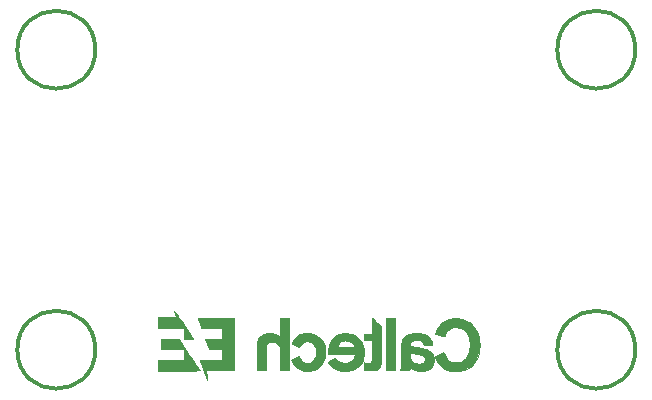
<source format=gbo>
G04 #@! TF.GenerationSoftware,KiCad,Pcbnew,(5.1.2)-1*
G04 #@! TF.CreationDate,2019-05-13T11:07:23-07:00*
G04 #@! TF.ProjectId,triumph_power,74726975-6d70-4685-9f70-6f7765722e6b,A*
G04 #@! TF.SameCoordinates,Original*
G04 #@! TF.FileFunction,Legend,Bot*
G04 #@! TF.FilePolarity,Positive*
%FSLAX46Y46*%
G04 Gerber Fmt 4.6, Leading zero omitted, Abs format (unit mm)*
G04 Created by KiCad (PCBNEW (5.1.2)-1) date 2019-05-13 11:07:23*
%MOMM*%
%LPD*%
G04 APERTURE LIST*
%ADD10C,0.300000*%
%ADD11C,0.010000*%
G04 APERTURE END LIST*
D10*
X176020000Y-96520000D02*
G75*
G03X176020000Y-96520000I-3300000J0D01*
G01*
X176020000Y-121920000D02*
G75*
G03X176020000Y-121920000I-3300000J0D01*
G01*
X130300000Y-121920000D02*
G75*
G03X130300000Y-121920000I-3300000J0D01*
G01*
X130300000Y-96520000D02*
G75*
G03X130300000Y-96520000I-3300000J0D01*
G01*
D11*
G36*
X136972770Y-118619916D02*
G01*
X136975142Y-118636742D01*
X136983511Y-118674193D01*
X136996923Y-118728463D01*
X137014428Y-118795746D01*
X137035072Y-118872235D01*
X137043771Y-118903750D01*
X137117853Y-119170450D01*
X136364227Y-119173724D01*
X135610600Y-119176999D01*
X135610600Y-120103900D01*
X137820400Y-120103900D01*
X137820400Y-120992900D01*
X138207750Y-120992900D01*
X138304017Y-120992685D01*
X138391561Y-120992076D01*
X138467303Y-120991128D01*
X138528165Y-120989895D01*
X138571067Y-120988432D01*
X138592931Y-120986791D01*
X138595100Y-120986069D01*
X138588128Y-120973840D01*
X138567944Y-120942505D01*
X138535643Y-120893665D01*
X138492325Y-120828919D01*
X138439087Y-120749868D01*
X138377025Y-120658114D01*
X138307237Y-120555255D01*
X138230820Y-120442893D01*
X138148873Y-120322629D01*
X138062491Y-120196062D01*
X137972773Y-120064793D01*
X137880816Y-119930422D01*
X137787717Y-119794551D01*
X137694573Y-119658779D01*
X137602482Y-119524708D01*
X137512542Y-119393936D01*
X137425848Y-119268066D01*
X137343500Y-119148697D01*
X137266595Y-119037430D01*
X137196228Y-118935865D01*
X137133499Y-118845603D01*
X137079504Y-118768244D01*
X137035341Y-118705389D01*
X137002106Y-118658639D01*
X136980898Y-118629593D01*
X136972814Y-118619852D01*
X136972770Y-118619916D01*
X136972770Y-118619916D01*
G37*
X136972770Y-118619916D02*
X136975142Y-118636742D01*
X136983511Y-118674193D01*
X136996923Y-118728463D01*
X137014428Y-118795746D01*
X137035072Y-118872235D01*
X137043771Y-118903750D01*
X137117853Y-119170450D01*
X136364227Y-119173724D01*
X135610600Y-119176999D01*
X135610600Y-120103900D01*
X137820400Y-120103900D01*
X137820400Y-120992900D01*
X138207750Y-120992900D01*
X138304017Y-120992685D01*
X138391561Y-120992076D01*
X138467303Y-120991128D01*
X138528165Y-120989895D01*
X138571067Y-120988432D01*
X138592931Y-120986791D01*
X138595100Y-120986069D01*
X138588128Y-120973840D01*
X138567944Y-120942505D01*
X138535643Y-120893665D01*
X138492325Y-120828919D01*
X138439087Y-120749868D01*
X138377025Y-120658114D01*
X138307237Y-120555255D01*
X138230820Y-120442893D01*
X138148873Y-120322629D01*
X138062491Y-120196062D01*
X137972773Y-120064793D01*
X137880816Y-119930422D01*
X137787717Y-119794551D01*
X137694573Y-119658779D01*
X137602482Y-119524708D01*
X137512542Y-119393936D01*
X137425848Y-119268066D01*
X137343500Y-119148697D01*
X137266595Y-119037430D01*
X137196228Y-118935865D01*
X137133499Y-118845603D01*
X137079504Y-118768244D01*
X137035341Y-118705389D01*
X137002106Y-118658639D01*
X136980898Y-118629593D01*
X136972814Y-118619852D01*
X136972770Y-118619916D01*
G36*
X145961100Y-120895871D02*
G01*
X145915519Y-120842620D01*
X145846302Y-120775496D01*
X145757309Y-120710531D01*
X145654142Y-120650940D01*
X145542404Y-120599939D01*
X145427696Y-120560743D01*
X145421350Y-120558976D01*
X145381035Y-120548775D01*
X145341932Y-120541325D01*
X145298887Y-120536199D01*
X145246747Y-120532965D01*
X145180357Y-120531195D01*
X145094564Y-120530460D01*
X145078450Y-120530409D01*
X144989805Y-120530510D01*
X144921181Y-120531637D01*
X144867209Y-120534229D01*
X144822518Y-120538723D01*
X144781735Y-120545558D01*
X144739492Y-120555171D01*
X144722850Y-120559407D01*
X144562917Y-120611694D01*
X144422114Y-120680677D01*
X144300387Y-120766401D01*
X144197683Y-120868913D01*
X144113950Y-120988260D01*
X144049134Y-121124489D01*
X144036142Y-121160418D01*
X144024532Y-121194886D01*
X144014305Y-121227165D01*
X144005372Y-121259029D01*
X143997646Y-121292252D01*
X143991040Y-121328609D01*
X143985466Y-121369873D01*
X143980836Y-121417818D01*
X143977063Y-121474219D01*
X143974058Y-121540849D01*
X143971736Y-121619483D01*
X143970007Y-121711894D01*
X143968785Y-121819856D01*
X143967981Y-121945145D01*
X143967508Y-122089533D01*
X143967279Y-122254794D01*
X143967206Y-122442703D01*
X143967200Y-122556663D01*
X143967200Y-123647200D01*
X144716500Y-123647200D01*
X144716500Y-122659268D01*
X144716556Y-122473520D01*
X144716743Y-122311434D01*
X144717095Y-122171275D01*
X144717643Y-122051303D01*
X144718418Y-121949784D01*
X144719454Y-121864978D01*
X144720782Y-121795150D01*
X144722433Y-121738562D01*
X144724441Y-121693477D01*
X144726836Y-121658157D01*
X144729652Y-121630867D01*
X144732919Y-121609868D01*
X144736082Y-121595643D01*
X144771388Y-121492772D01*
X144819753Y-121410166D01*
X144883233Y-121345198D01*
X144963884Y-121295240D01*
X144975249Y-121289932D01*
X145012904Y-121274215D01*
X145048196Y-121263535D01*
X145088171Y-121256653D01*
X145139877Y-121252332D01*
X145205450Y-121249500D01*
X145331768Y-121250927D01*
X145439982Y-121265608D01*
X145534544Y-121295119D01*
X145619906Y-121341034D01*
X145700519Y-121404928D01*
X145732500Y-121435942D01*
X145804329Y-121520829D01*
X145861503Y-121616053D01*
X145907137Y-121727290D01*
X145926030Y-121788657D01*
X145931470Y-121808572D01*
X145936167Y-121828111D01*
X145940186Y-121849243D01*
X145943590Y-121873935D01*
X145946444Y-121904154D01*
X145948814Y-121941869D01*
X145950762Y-121989045D01*
X145952355Y-122047652D01*
X145953656Y-122119656D01*
X145954729Y-122207026D01*
X145955640Y-122311728D01*
X145956452Y-122435731D01*
X145957231Y-122581001D01*
X145958041Y-122749507D01*
X145958126Y-122767725D01*
X145962235Y-123647200D01*
X146710472Y-123647200D01*
X146704050Y-119233950D01*
X145961100Y-119227216D01*
X145961100Y-120895871D01*
X145961100Y-120895871D01*
G37*
X145961100Y-120895871D02*
X145915519Y-120842620D01*
X145846302Y-120775496D01*
X145757309Y-120710531D01*
X145654142Y-120650940D01*
X145542404Y-120599939D01*
X145427696Y-120560743D01*
X145421350Y-120558976D01*
X145381035Y-120548775D01*
X145341932Y-120541325D01*
X145298887Y-120536199D01*
X145246747Y-120532965D01*
X145180357Y-120531195D01*
X145094564Y-120530460D01*
X145078450Y-120530409D01*
X144989805Y-120530510D01*
X144921181Y-120531637D01*
X144867209Y-120534229D01*
X144822518Y-120538723D01*
X144781735Y-120545558D01*
X144739492Y-120555171D01*
X144722850Y-120559407D01*
X144562917Y-120611694D01*
X144422114Y-120680677D01*
X144300387Y-120766401D01*
X144197683Y-120868913D01*
X144113950Y-120988260D01*
X144049134Y-121124489D01*
X144036142Y-121160418D01*
X144024532Y-121194886D01*
X144014305Y-121227165D01*
X144005372Y-121259029D01*
X143997646Y-121292252D01*
X143991040Y-121328609D01*
X143985466Y-121369873D01*
X143980836Y-121417818D01*
X143977063Y-121474219D01*
X143974058Y-121540849D01*
X143971736Y-121619483D01*
X143970007Y-121711894D01*
X143968785Y-121819856D01*
X143967981Y-121945145D01*
X143967508Y-122089533D01*
X143967279Y-122254794D01*
X143967206Y-122442703D01*
X143967200Y-122556663D01*
X143967200Y-123647200D01*
X144716500Y-123647200D01*
X144716500Y-122659268D01*
X144716556Y-122473520D01*
X144716743Y-122311434D01*
X144717095Y-122171275D01*
X144717643Y-122051303D01*
X144718418Y-121949784D01*
X144719454Y-121864978D01*
X144720782Y-121795150D01*
X144722433Y-121738562D01*
X144724441Y-121693477D01*
X144726836Y-121658157D01*
X144729652Y-121630867D01*
X144732919Y-121609868D01*
X144736082Y-121595643D01*
X144771388Y-121492772D01*
X144819753Y-121410166D01*
X144883233Y-121345198D01*
X144963884Y-121295240D01*
X144975249Y-121289932D01*
X145012904Y-121274215D01*
X145048196Y-121263535D01*
X145088171Y-121256653D01*
X145139877Y-121252332D01*
X145205450Y-121249500D01*
X145331768Y-121250927D01*
X145439982Y-121265608D01*
X145534544Y-121295119D01*
X145619906Y-121341034D01*
X145700519Y-121404928D01*
X145732500Y-121435942D01*
X145804329Y-121520829D01*
X145861503Y-121616053D01*
X145907137Y-121727290D01*
X145926030Y-121788657D01*
X145931470Y-121808572D01*
X145936167Y-121828111D01*
X145940186Y-121849243D01*
X145943590Y-121873935D01*
X145946444Y-121904154D01*
X145948814Y-121941869D01*
X145950762Y-121989045D01*
X145952355Y-122047652D01*
X145953656Y-122119656D01*
X145954729Y-122207026D01*
X145955640Y-122311728D01*
X145956452Y-122435731D01*
X145957231Y-122581001D01*
X145958041Y-122749507D01*
X145958126Y-122767725D01*
X145962235Y-123647200D01*
X146710472Y-123647200D01*
X146704050Y-119233950D01*
X145961100Y-119227216D01*
X145961100Y-120895871D01*
G36*
X154952700Y-123647200D02*
G01*
X155702072Y-123647200D01*
X155695650Y-119233950D01*
X154952700Y-119227216D01*
X154952700Y-123647200D01*
X154952700Y-123647200D01*
G37*
X154952700Y-123647200D02*
X155702072Y-123647200D01*
X155695650Y-119233950D01*
X154952700Y-119227216D01*
X154952700Y-123647200D01*
G36*
X135826500Y-121856500D02*
G01*
X137807700Y-121856500D01*
X137807700Y-122758200D01*
X135610600Y-122758200D01*
X135610600Y-123685300D01*
X137388600Y-123685300D01*
X137598934Y-123685226D01*
X137802186Y-123685009D01*
X137996920Y-123684660D01*
X138181698Y-123684185D01*
X138355083Y-123683593D01*
X138515640Y-123682894D01*
X138661929Y-123682095D01*
X138792516Y-123681205D01*
X138905961Y-123680232D01*
X139000830Y-123679186D01*
X139075684Y-123678074D01*
X139129086Y-123676905D01*
X139159600Y-123675687D01*
X139166600Y-123674751D01*
X139159605Y-123663122D01*
X139139186Y-123631749D01*
X139106196Y-123581897D01*
X139061484Y-123514830D01*
X139005903Y-123431814D01*
X138940303Y-123334114D01*
X138865536Y-123222994D01*
X138782453Y-123099720D01*
X138691905Y-122965556D01*
X138594744Y-122821768D01*
X138491820Y-122669621D01*
X138383984Y-122510380D01*
X138272089Y-122345309D01*
X138267183Y-122338076D01*
X137367766Y-121011950D01*
X136597133Y-121008676D01*
X135826500Y-121005403D01*
X135826500Y-121856500D01*
X135826500Y-121856500D01*
G37*
X135826500Y-121856500D02*
X137807700Y-121856500D01*
X137807700Y-122758200D01*
X135610600Y-122758200D01*
X135610600Y-123685300D01*
X137388600Y-123685300D01*
X137598934Y-123685226D01*
X137802186Y-123685009D01*
X137996920Y-123684660D01*
X138181698Y-123684185D01*
X138355083Y-123683593D01*
X138515640Y-123682894D01*
X138661929Y-123682095D01*
X138792516Y-123681205D01*
X138905961Y-123680232D01*
X139000830Y-123679186D01*
X139075684Y-123678074D01*
X139129086Y-123676905D01*
X139159600Y-123675687D01*
X139166600Y-123674751D01*
X139159605Y-123663122D01*
X139139186Y-123631749D01*
X139106196Y-123581897D01*
X139061484Y-123514830D01*
X139005903Y-123431814D01*
X138940303Y-123334114D01*
X138865536Y-123222994D01*
X138782453Y-123099720D01*
X138691905Y-122965556D01*
X138594744Y-122821768D01*
X138491820Y-122669621D01*
X138383984Y-122510380D01*
X138272089Y-122345309D01*
X138267183Y-122338076D01*
X137367766Y-121011950D01*
X136597133Y-121008676D01*
X135826500Y-121005403D01*
X135826500Y-121856500D01*
G36*
X153728604Y-119214516D02*
G01*
X153726911Y-119249928D01*
X153725360Y-119306135D01*
X153723983Y-119380832D01*
X153722813Y-119471716D01*
X153721880Y-119576484D01*
X153721218Y-119692833D01*
X153720858Y-119818461D01*
X153720800Y-119894350D01*
X153720800Y-120586500D01*
X153073100Y-120586500D01*
X153073100Y-121132600D01*
X153397294Y-121132600D01*
X153721488Y-121132599D01*
X153717969Y-121986675D01*
X153714450Y-122840750D01*
X153684974Y-122900596D01*
X153653810Y-122948898D01*
X153612263Y-122985764D01*
X153558240Y-123011574D01*
X153489649Y-123026712D01*
X153404397Y-123031560D01*
X153300392Y-123026500D01*
X153175542Y-123011915D01*
X153120725Y-123003724D01*
X153073100Y-122996253D01*
X153073100Y-123301821D01*
X153073230Y-123398104D01*
X153073761Y-123472012D01*
X153074910Y-123526568D01*
X153076890Y-123564799D01*
X153079918Y-123589726D01*
X153084208Y-123604375D01*
X153089975Y-123611770D01*
X153095325Y-123614351D01*
X153160628Y-123630527D01*
X153245405Y-123645168D01*
X153343754Y-123657823D01*
X153449770Y-123668041D01*
X153557552Y-123675372D01*
X153661197Y-123679365D01*
X153754801Y-123679569D01*
X153832463Y-123675534D01*
X153858051Y-123672589D01*
X153995820Y-123644042D01*
X154117265Y-123600052D01*
X154220945Y-123541489D01*
X154305413Y-123469225D01*
X154369226Y-123384130D01*
X154384756Y-123354937D01*
X154396048Y-123332125D01*
X154406205Y-123311792D01*
X154415290Y-123292550D01*
X154423365Y-123273009D01*
X154430494Y-123251779D01*
X154436739Y-123227471D01*
X154442163Y-123198694D01*
X154446828Y-123164059D01*
X154450798Y-123122175D01*
X154454135Y-123071654D01*
X154456902Y-123011106D01*
X154459162Y-122939141D01*
X154460978Y-122854368D01*
X154462412Y-122755399D01*
X154463527Y-122640843D01*
X154464386Y-122509311D01*
X154465053Y-122359413D01*
X154465589Y-122189759D01*
X154466057Y-121998960D01*
X154466520Y-121785626D01*
X154467042Y-121548366D01*
X154467077Y-121533062D01*
X154470764Y-119933275D01*
X154105389Y-119567737D01*
X154026023Y-119488564D01*
X153952127Y-119415287D01*
X153885644Y-119349801D01*
X153828516Y-119293999D01*
X153782686Y-119249774D01*
X153750096Y-119219020D01*
X153732688Y-119203630D01*
X153730408Y-119202200D01*
X153728604Y-119214516D01*
X153728604Y-119214516D01*
G37*
X153728604Y-119214516D02*
X153726911Y-119249928D01*
X153725360Y-119306135D01*
X153723983Y-119380832D01*
X153722813Y-119471716D01*
X153721880Y-119576484D01*
X153721218Y-119692833D01*
X153720858Y-119818461D01*
X153720800Y-119894350D01*
X153720800Y-120586500D01*
X153073100Y-120586500D01*
X153073100Y-121132600D01*
X153397294Y-121132600D01*
X153721488Y-121132599D01*
X153717969Y-121986675D01*
X153714450Y-122840750D01*
X153684974Y-122900596D01*
X153653810Y-122948898D01*
X153612263Y-122985764D01*
X153558240Y-123011574D01*
X153489649Y-123026712D01*
X153404397Y-123031560D01*
X153300392Y-123026500D01*
X153175542Y-123011915D01*
X153120725Y-123003724D01*
X153073100Y-122996253D01*
X153073100Y-123301821D01*
X153073230Y-123398104D01*
X153073761Y-123472012D01*
X153074910Y-123526568D01*
X153076890Y-123564799D01*
X153079918Y-123589726D01*
X153084208Y-123604375D01*
X153089975Y-123611770D01*
X153095325Y-123614351D01*
X153160628Y-123630527D01*
X153245405Y-123645168D01*
X153343754Y-123657823D01*
X153449770Y-123668041D01*
X153557552Y-123675372D01*
X153661197Y-123679365D01*
X153754801Y-123679569D01*
X153832463Y-123675534D01*
X153858051Y-123672589D01*
X153995820Y-123644042D01*
X154117265Y-123600052D01*
X154220945Y-123541489D01*
X154305413Y-123469225D01*
X154369226Y-123384130D01*
X154384756Y-123354937D01*
X154396048Y-123332125D01*
X154406205Y-123311792D01*
X154415290Y-123292550D01*
X154423365Y-123273009D01*
X154430494Y-123251779D01*
X154436739Y-123227471D01*
X154442163Y-123198694D01*
X154446828Y-123164059D01*
X154450798Y-123122175D01*
X154454135Y-123071654D01*
X154456902Y-123011106D01*
X154459162Y-122939141D01*
X154460978Y-122854368D01*
X154462412Y-122755399D01*
X154463527Y-122640843D01*
X154464386Y-122509311D01*
X154465053Y-122359413D01*
X154465589Y-122189759D01*
X154466057Y-121998960D01*
X154466520Y-121785626D01*
X154467042Y-121548366D01*
X154467077Y-121533062D01*
X154470764Y-119933275D01*
X154105389Y-119567737D01*
X154026023Y-119488564D01*
X153952127Y-119415287D01*
X153885644Y-119349801D01*
X153828516Y-119293999D01*
X153782686Y-119249774D01*
X153750096Y-119219020D01*
X153732688Y-119203630D01*
X153730408Y-119202200D01*
X153728604Y-119214516D01*
G36*
X148145500Y-120526590D02*
G01*
X148051348Y-120531012D01*
X147975156Y-120537463D01*
X147909513Y-120546839D01*
X147847004Y-120560034D01*
X147827358Y-120564974D01*
X147655362Y-120619997D01*
X147501713Y-120691546D01*
X147364441Y-120780901D01*
X147241575Y-120889343D01*
X147131896Y-121017158D01*
X147101149Y-121060978D01*
X147067029Y-121114486D01*
X147031992Y-121173204D01*
X146998494Y-121232653D01*
X146968988Y-121288354D01*
X146945931Y-121335828D01*
X146931776Y-121370597D01*
X146928789Y-121387715D01*
X146940453Y-121394961D01*
X146971574Y-121411152D01*
X147018552Y-121434579D01*
X147077788Y-121463532D01*
X147145682Y-121496303D01*
X147218632Y-121531181D01*
X147293040Y-121566459D01*
X147365306Y-121600427D01*
X147431828Y-121631375D01*
X147489008Y-121657595D01*
X147533245Y-121677377D01*
X147560939Y-121689012D01*
X147568448Y-121691400D01*
X147574731Y-121680786D01*
X147589116Y-121652490D01*
X147608926Y-121611829D01*
X147616963Y-121594995D01*
X147680344Y-121488746D01*
X147762065Y-121394946D01*
X147858126Y-121316976D01*
X147964528Y-121258217D01*
X148050778Y-121228246D01*
X148155041Y-121211741D01*
X148269576Y-121211793D01*
X148386305Y-121227397D01*
X148497149Y-121257548D01*
X148581422Y-121294247D01*
X148656606Y-121344552D01*
X148732092Y-121412908D01*
X148801805Y-121492779D01*
X148859673Y-121577627D01*
X148880352Y-121615937D01*
X148920051Y-121702568D01*
X148949114Y-121781905D01*
X148968972Y-121860787D01*
X148981057Y-121946055D01*
X148986798Y-122044550D01*
X148987805Y-122129550D01*
X148987044Y-122214940D01*
X148984677Y-122281142D01*
X148980145Y-122334345D01*
X148972887Y-122380741D01*
X148962345Y-122426520D01*
X148960277Y-122434350D01*
X148911759Y-122576757D01*
X148847643Y-122701879D01*
X148768961Y-122808532D01*
X148676748Y-122895535D01*
X148572037Y-122961704D01*
X148462458Y-123004042D01*
X148328478Y-123029100D01*
X148192484Y-123030553D01*
X148059355Y-123008588D01*
X147987110Y-122985843D01*
X147887039Y-122935315D01*
X147792008Y-122861134D01*
X147703452Y-122764791D01*
X147622806Y-122647775D01*
X147572122Y-122554955D01*
X147516850Y-122443523D01*
X147205700Y-122608742D01*
X147124473Y-122651930D01*
X147050833Y-122691193D01*
X146987687Y-122724972D01*
X146937945Y-122751707D01*
X146904516Y-122769838D01*
X146890307Y-122777807D01*
X146890045Y-122777994D01*
X146893813Y-122790107D01*
X146907396Y-122820134D01*
X146928659Y-122863573D01*
X146955465Y-122915924D01*
X146955936Y-122916827D01*
X147059345Y-123092889D01*
X147174098Y-123246342D01*
X147300734Y-123377561D01*
X147439788Y-123486923D01*
X147591799Y-123574804D01*
X147757304Y-123641579D01*
X147936839Y-123687626D01*
X148087827Y-123709482D01*
X148177714Y-123717402D01*
X148253125Y-123720901D01*
X148324600Y-123719975D01*
X148402675Y-123714622D01*
X148456477Y-123709345D01*
X148650601Y-123677076D01*
X148832522Y-123622934D01*
X149001344Y-123547793D01*
X149156172Y-123452525D01*
X149296109Y-123338004D01*
X149420261Y-123205101D01*
X149527729Y-123054689D01*
X149617620Y-122887642D01*
X149689036Y-122704831D01*
X149741082Y-122507130D01*
X149752440Y-122447050D01*
X149763390Y-122362730D01*
X149770743Y-122262073D01*
X149774401Y-122152996D01*
X149774268Y-122043415D01*
X149770250Y-121941247D01*
X149762248Y-121854409D01*
X149759836Y-121837450D01*
X149717321Y-121633448D01*
X149655204Y-121443663D01*
X149573946Y-121269059D01*
X149474009Y-121110600D01*
X149355854Y-120969253D01*
X149334442Y-120947445D01*
X149251122Y-120869689D01*
X149168557Y-120804591D01*
X149078987Y-120746777D01*
X148974653Y-120690873D01*
X148938836Y-120673442D01*
X148783823Y-120609575D01*
X148623012Y-120564063D01*
X148452498Y-120536183D01*
X148268376Y-120525211D01*
X148145500Y-120526590D01*
X148145500Y-120526590D01*
G37*
X148145500Y-120526590D02*
X148051348Y-120531012D01*
X147975156Y-120537463D01*
X147909513Y-120546839D01*
X147847004Y-120560034D01*
X147827358Y-120564974D01*
X147655362Y-120619997D01*
X147501713Y-120691546D01*
X147364441Y-120780901D01*
X147241575Y-120889343D01*
X147131896Y-121017158D01*
X147101149Y-121060978D01*
X147067029Y-121114486D01*
X147031992Y-121173204D01*
X146998494Y-121232653D01*
X146968988Y-121288354D01*
X146945931Y-121335828D01*
X146931776Y-121370597D01*
X146928789Y-121387715D01*
X146940453Y-121394961D01*
X146971574Y-121411152D01*
X147018552Y-121434579D01*
X147077788Y-121463532D01*
X147145682Y-121496303D01*
X147218632Y-121531181D01*
X147293040Y-121566459D01*
X147365306Y-121600427D01*
X147431828Y-121631375D01*
X147489008Y-121657595D01*
X147533245Y-121677377D01*
X147560939Y-121689012D01*
X147568448Y-121691400D01*
X147574731Y-121680786D01*
X147589116Y-121652490D01*
X147608926Y-121611829D01*
X147616963Y-121594995D01*
X147680344Y-121488746D01*
X147762065Y-121394946D01*
X147858126Y-121316976D01*
X147964528Y-121258217D01*
X148050778Y-121228246D01*
X148155041Y-121211741D01*
X148269576Y-121211793D01*
X148386305Y-121227397D01*
X148497149Y-121257548D01*
X148581422Y-121294247D01*
X148656606Y-121344552D01*
X148732092Y-121412908D01*
X148801805Y-121492779D01*
X148859673Y-121577627D01*
X148880352Y-121615937D01*
X148920051Y-121702568D01*
X148949114Y-121781905D01*
X148968972Y-121860787D01*
X148981057Y-121946055D01*
X148986798Y-122044550D01*
X148987805Y-122129550D01*
X148987044Y-122214940D01*
X148984677Y-122281142D01*
X148980145Y-122334345D01*
X148972887Y-122380741D01*
X148962345Y-122426520D01*
X148960277Y-122434350D01*
X148911759Y-122576757D01*
X148847643Y-122701879D01*
X148768961Y-122808532D01*
X148676748Y-122895535D01*
X148572037Y-122961704D01*
X148462458Y-123004042D01*
X148328478Y-123029100D01*
X148192484Y-123030553D01*
X148059355Y-123008588D01*
X147987110Y-122985843D01*
X147887039Y-122935315D01*
X147792008Y-122861134D01*
X147703452Y-122764791D01*
X147622806Y-122647775D01*
X147572122Y-122554955D01*
X147516850Y-122443523D01*
X147205700Y-122608742D01*
X147124473Y-122651930D01*
X147050833Y-122691193D01*
X146987687Y-122724972D01*
X146937945Y-122751707D01*
X146904516Y-122769838D01*
X146890307Y-122777807D01*
X146890045Y-122777994D01*
X146893813Y-122790107D01*
X146907396Y-122820134D01*
X146928659Y-122863573D01*
X146955465Y-122915924D01*
X146955936Y-122916827D01*
X147059345Y-123092889D01*
X147174098Y-123246342D01*
X147300734Y-123377561D01*
X147439788Y-123486923D01*
X147591799Y-123574804D01*
X147757304Y-123641579D01*
X147936839Y-123687626D01*
X148087827Y-123709482D01*
X148177714Y-123717402D01*
X148253125Y-123720901D01*
X148324600Y-123719975D01*
X148402675Y-123714622D01*
X148456477Y-123709345D01*
X148650601Y-123677076D01*
X148832522Y-123622934D01*
X149001344Y-123547793D01*
X149156172Y-123452525D01*
X149296109Y-123338004D01*
X149420261Y-123205101D01*
X149527729Y-123054689D01*
X149617620Y-122887642D01*
X149689036Y-122704831D01*
X149741082Y-122507130D01*
X149752440Y-122447050D01*
X149763390Y-122362730D01*
X149770743Y-122262073D01*
X149774401Y-122152996D01*
X149774268Y-122043415D01*
X149770250Y-121941247D01*
X149762248Y-121854409D01*
X149759836Y-121837450D01*
X149717321Y-121633448D01*
X149655204Y-121443663D01*
X149573946Y-121269059D01*
X149474009Y-121110600D01*
X149355854Y-120969253D01*
X149334442Y-120947445D01*
X149251122Y-120869689D01*
X149168557Y-120804591D01*
X149078987Y-120746777D01*
X148974653Y-120690873D01*
X148938836Y-120673442D01*
X148783823Y-120609575D01*
X148623012Y-120564063D01*
X148452498Y-120536183D01*
X148268376Y-120525211D01*
X148145500Y-120526590D01*
G36*
X151462301Y-120525767D02*
G01*
X151361805Y-120528955D01*
X151265187Y-120534833D01*
X151179328Y-120543172D01*
X151111107Y-120553743D01*
X151104600Y-120555113D01*
X150922497Y-120606237D01*
X150757064Y-120676402D01*
X150608280Y-120765640D01*
X150476124Y-120873981D01*
X150360575Y-121001457D01*
X150261610Y-121148098D01*
X150179208Y-121313935D01*
X150113348Y-121499000D01*
X150064008Y-121703323D01*
X150031166Y-121926936D01*
X150016744Y-122120025D01*
X150008446Y-122301000D01*
X152262684Y-122301000D01*
X152253627Y-122367675D01*
X152222968Y-122503290D01*
X152170211Y-122627802D01*
X152096905Y-122739379D01*
X152004597Y-122836193D01*
X151894836Y-122916411D01*
X151769170Y-122978203D01*
X151723275Y-122994632D01*
X151673851Y-123009668D01*
X151630282Y-123019561D01*
X151584652Y-123025332D01*
X151529042Y-123028005D01*
X151460200Y-123028605D01*
X151291471Y-123017777D01*
X151134451Y-122985795D01*
X150990257Y-122933154D01*
X150860009Y-122860345D01*
X150744824Y-122767863D01*
X150660993Y-122675924D01*
X150626899Y-122636856D01*
X150600656Y-122614977D01*
X150587078Y-122611610D01*
X150571772Y-122619577D01*
X150537569Y-122638606D01*
X150487515Y-122666962D01*
X150424654Y-122702912D01*
X150352031Y-122744720D01*
X150272691Y-122790653D01*
X150271392Y-122791407D01*
X149973364Y-122964429D01*
X149994817Y-122997839D01*
X150098795Y-123137475D01*
X150223788Y-123266935D01*
X150366643Y-123383851D01*
X150524203Y-123485855D01*
X150693315Y-123570577D01*
X150824816Y-123621014D01*
X150952961Y-123656811D01*
X151097951Y-123685200D01*
X151252105Y-123705374D01*
X151407742Y-123716528D01*
X151557179Y-123717853D01*
X151675989Y-123710403D01*
X151877355Y-123677540D01*
X152069456Y-123622120D01*
X152250364Y-123544812D01*
X152400000Y-123458404D01*
X152464896Y-123410010D01*
X152537428Y-123346504D01*
X152611422Y-123274091D01*
X152680703Y-123198975D01*
X152739094Y-123127359D01*
X152763058Y-123093633D01*
X152859830Y-122928248D01*
X152935040Y-122754610D01*
X152989245Y-122570736D01*
X153023003Y-122374644D01*
X153036869Y-122164351D01*
X153037306Y-122116850D01*
X153035674Y-122005263D01*
X153030154Y-121909912D01*
X153019708Y-121821796D01*
X153003302Y-121731911D01*
X152999819Y-121716800D01*
X152259174Y-121716800D01*
X150796456Y-121716800D01*
X150803539Y-121663992D01*
X150817587Y-121609833D01*
X150844767Y-121544448D01*
X150881151Y-121475426D01*
X150922811Y-121410358D01*
X150958116Y-121365320D01*
X151042056Y-121286389D01*
X151141811Y-121219458D01*
X151248544Y-121170407D01*
X151253619Y-121168629D01*
X151296964Y-121155135D01*
X151338230Y-121146448D01*
X151384991Y-121141649D01*
X151444825Y-121139823D01*
X151491950Y-121139782D01*
X151561675Y-121140859D01*
X151614285Y-121144026D01*
X151658051Y-121150515D01*
X151701245Y-121161559D01*
X151752138Y-121178389D01*
X151752861Y-121178643D01*
X151813123Y-121202486D01*
X151874428Y-121231182D01*
X151925249Y-121259252D01*
X151933254Y-121264384D01*
X152030130Y-121342474D01*
X152116792Y-121439440D01*
X152188727Y-121549404D01*
X152240895Y-121664993D01*
X152259174Y-121716800D01*
X152999819Y-121716800D01*
X152982716Y-121642605D01*
X152924060Y-121454561D01*
X152845023Y-121281116D01*
X152746586Y-121123130D01*
X152629733Y-120981465D01*
X152495445Y-120856982D01*
X152344706Y-120750542D01*
X152178497Y-120663005D01*
X151997802Y-120595232D01*
X151803603Y-120548084D01*
X151718257Y-120534641D01*
X151647407Y-120528381D01*
X151559795Y-120525499D01*
X151462301Y-120525767D01*
X151462301Y-120525767D01*
G37*
X151462301Y-120525767D02*
X151361805Y-120528955D01*
X151265187Y-120534833D01*
X151179328Y-120543172D01*
X151111107Y-120553743D01*
X151104600Y-120555113D01*
X150922497Y-120606237D01*
X150757064Y-120676402D01*
X150608280Y-120765640D01*
X150476124Y-120873981D01*
X150360575Y-121001457D01*
X150261610Y-121148098D01*
X150179208Y-121313935D01*
X150113348Y-121499000D01*
X150064008Y-121703323D01*
X150031166Y-121926936D01*
X150016744Y-122120025D01*
X150008446Y-122301000D01*
X152262684Y-122301000D01*
X152253627Y-122367675D01*
X152222968Y-122503290D01*
X152170211Y-122627802D01*
X152096905Y-122739379D01*
X152004597Y-122836193D01*
X151894836Y-122916411D01*
X151769170Y-122978203D01*
X151723275Y-122994632D01*
X151673851Y-123009668D01*
X151630282Y-123019561D01*
X151584652Y-123025332D01*
X151529042Y-123028005D01*
X151460200Y-123028605D01*
X151291471Y-123017777D01*
X151134451Y-122985795D01*
X150990257Y-122933154D01*
X150860009Y-122860345D01*
X150744824Y-122767863D01*
X150660993Y-122675924D01*
X150626899Y-122636856D01*
X150600656Y-122614977D01*
X150587078Y-122611610D01*
X150571772Y-122619577D01*
X150537569Y-122638606D01*
X150487515Y-122666962D01*
X150424654Y-122702912D01*
X150352031Y-122744720D01*
X150272691Y-122790653D01*
X150271392Y-122791407D01*
X149973364Y-122964429D01*
X149994817Y-122997839D01*
X150098795Y-123137475D01*
X150223788Y-123266935D01*
X150366643Y-123383851D01*
X150524203Y-123485855D01*
X150693315Y-123570577D01*
X150824816Y-123621014D01*
X150952961Y-123656811D01*
X151097951Y-123685200D01*
X151252105Y-123705374D01*
X151407742Y-123716528D01*
X151557179Y-123717853D01*
X151675989Y-123710403D01*
X151877355Y-123677540D01*
X152069456Y-123622120D01*
X152250364Y-123544812D01*
X152400000Y-123458404D01*
X152464896Y-123410010D01*
X152537428Y-123346504D01*
X152611422Y-123274091D01*
X152680703Y-123198975D01*
X152739094Y-123127359D01*
X152763058Y-123093633D01*
X152859830Y-122928248D01*
X152935040Y-122754610D01*
X152989245Y-122570736D01*
X153023003Y-122374644D01*
X153036869Y-122164351D01*
X153037306Y-122116850D01*
X153035674Y-122005263D01*
X153030154Y-121909912D01*
X153019708Y-121821796D01*
X153003302Y-121731911D01*
X152999819Y-121716800D01*
X152259174Y-121716800D01*
X150796456Y-121716800D01*
X150803539Y-121663992D01*
X150817587Y-121609833D01*
X150844767Y-121544448D01*
X150881151Y-121475426D01*
X150922811Y-121410358D01*
X150958116Y-121365320D01*
X151042056Y-121286389D01*
X151141811Y-121219458D01*
X151248544Y-121170407D01*
X151253619Y-121168629D01*
X151296964Y-121155135D01*
X151338230Y-121146448D01*
X151384991Y-121141649D01*
X151444825Y-121139823D01*
X151491950Y-121139782D01*
X151561675Y-121140859D01*
X151614285Y-121144026D01*
X151658051Y-121150515D01*
X151701245Y-121161559D01*
X151752138Y-121178389D01*
X151752861Y-121178643D01*
X151813123Y-121202486D01*
X151874428Y-121231182D01*
X151925249Y-121259252D01*
X151933254Y-121264384D01*
X152030130Y-121342474D01*
X152116792Y-121439440D01*
X152188727Y-121549404D01*
X152240895Y-121664993D01*
X152259174Y-121716800D01*
X152999819Y-121716800D01*
X152982716Y-121642605D01*
X152924060Y-121454561D01*
X152845023Y-121281116D01*
X152746586Y-121123130D01*
X152629733Y-120981465D01*
X152495445Y-120856982D01*
X152344706Y-120750542D01*
X152178497Y-120663005D01*
X151997802Y-120595232D01*
X151803603Y-120548084D01*
X151718257Y-120534641D01*
X151647407Y-120528381D01*
X151559795Y-120525499D01*
X151462301Y-120525767D01*
G36*
X157404656Y-120526665D02*
G01*
X157251081Y-120533479D01*
X157118044Y-120545200D01*
X157000990Y-120562781D01*
X156895367Y-120587179D01*
X156796621Y-120619349D01*
X156700199Y-120660245D01*
X156650126Y-120684938D01*
X156532024Y-120759370D01*
X156431522Y-120852097D01*
X156348681Y-120963041D01*
X156283558Y-121092128D01*
X156245158Y-121205158D01*
X156240178Y-121223616D01*
X156235819Y-121242064D01*
X156232023Y-121262293D01*
X156228736Y-121286092D01*
X156225899Y-121315253D01*
X156223457Y-121351568D01*
X156221354Y-121396825D01*
X156219533Y-121452818D01*
X156217937Y-121521336D01*
X156216511Y-121604170D01*
X156215197Y-121703111D01*
X156213941Y-121819950D01*
X156212684Y-121956477D01*
X156211371Y-122114485D01*
X156209946Y-122295762D01*
X156209659Y-122332750D01*
X156208162Y-122525434D01*
X156206764Y-122694493D01*
X156205350Y-122841701D01*
X156203801Y-122968832D01*
X156202003Y-123077660D01*
X156199837Y-123169959D01*
X156197187Y-123247503D01*
X156193936Y-123312066D01*
X156189969Y-123365422D01*
X156185167Y-123409345D01*
X156179414Y-123445609D01*
X156172594Y-123475988D01*
X156164589Y-123502256D01*
X156155283Y-123526187D01*
X156144560Y-123549555D01*
X156132302Y-123574134D01*
X156127327Y-123583943D01*
X156095273Y-123647200D01*
X156882448Y-123647200D01*
X156902717Y-123608004D01*
X156913837Y-123579458D01*
X156927338Y-123535247D01*
X156940846Y-123484494D01*
X156951988Y-123436321D01*
X156958391Y-123399851D01*
X156959080Y-123391326D01*
X156968902Y-123394372D01*
X156995195Y-123409176D01*
X157033496Y-123433113D01*
X157063096Y-123452576D01*
X157235137Y-123554027D01*
X157411203Y-123630629D01*
X157592129Y-123682732D01*
X157629653Y-123690373D01*
X157682504Y-123698467D01*
X157748532Y-123705746D01*
X157821325Y-123711819D01*
X157894470Y-123716290D01*
X157961552Y-123718767D01*
X158016160Y-123718858D01*
X158051500Y-123716233D01*
X158080074Y-123711490D01*
X158124039Y-123704304D01*
X158172150Y-123696511D01*
X158327817Y-123659566D01*
X158470070Y-123601994D01*
X158597579Y-123525342D01*
X158709013Y-123431162D01*
X158803042Y-123321002D01*
X158878336Y-123196414D01*
X158933564Y-123058947D01*
X158967396Y-122910151D01*
X158978512Y-122757056D01*
X158975854Y-122720043D01*
X158201727Y-122720043D01*
X158191663Y-122801191D01*
X158162225Y-122878851D01*
X158114495Y-122949870D01*
X158049555Y-123011093D01*
X157968487Y-123059366D01*
X157899998Y-123084543D01*
X157848472Y-123093437D01*
X157779058Y-123097496D01*
X157698740Y-123097028D01*
X157614504Y-123092343D01*
X157533335Y-123083748D01*
X157462217Y-123071552D01*
X157431377Y-123063846D01*
X157309615Y-123019212D01*
X157201586Y-122960508D01*
X157110232Y-122889900D01*
X157038491Y-122809552D01*
X157000553Y-122746720D01*
X156989006Y-122722456D01*
X156980274Y-122700356D01*
X156973897Y-122676392D01*
X156969418Y-122646536D01*
X156966378Y-122606759D01*
X156964318Y-122553033D01*
X156962780Y-122481329D01*
X156961554Y-122404062D01*
X156960304Y-122314504D01*
X156959772Y-122247302D01*
X156960178Y-122199414D01*
X156961744Y-122167800D01*
X156964689Y-122149421D01*
X156969235Y-122141236D01*
X156975603Y-122140205D01*
X156980604Y-122141841D01*
X157027378Y-122159651D01*
X157078278Y-122176540D01*
X157137016Y-122193474D01*
X157207304Y-122211423D01*
X157292854Y-122231353D01*
X157397376Y-122254232D01*
X157473650Y-122270389D01*
X157604877Y-122298238D01*
X157713829Y-122322265D01*
X157803184Y-122343390D01*
X157875620Y-122362533D01*
X157933815Y-122380614D01*
X157980448Y-122398553D01*
X158018196Y-122417270D01*
X158049738Y-122437686D01*
X158077752Y-122460719D01*
X158104855Y-122487227D01*
X158159405Y-122559907D01*
X158191335Y-122638564D01*
X158201727Y-122720043D01*
X158975854Y-122720043D01*
X158967378Y-122602040D01*
X158933856Y-122458939D01*
X158878079Y-122327927D01*
X158800184Y-122209180D01*
X158700305Y-122102874D01*
X158578578Y-122009183D01*
X158435137Y-121928283D01*
X158293017Y-121868525D01*
X158253816Y-121856395D01*
X158192187Y-121840204D01*
X158110675Y-121820534D01*
X158011825Y-121797970D01*
X157898181Y-121773093D01*
X157772288Y-121746487D01*
X157659562Y-121723357D01*
X157543334Y-121699598D01*
X157431757Y-121676378D01*
X157327981Y-121654381D01*
X157235154Y-121634292D01*
X157156422Y-121616796D01*
X157094934Y-121602577D01*
X157053837Y-121592320D01*
X157043093Y-121589260D01*
X156956219Y-121562427D01*
X156961728Y-121457469D01*
X156973828Y-121366783D01*
X157001212Y-121293343D01*
X157046303Y-121233961D01*
X157111529Y-121185449D01*
X157199314Y-121144620D01*
X157200032Y-121144347D01*
X157282074Y-121121337D01*
X157381094Y-121106399D01*
X157489990Y-121099528D01*
X157601657Y-121100721D01*
X157708993Y-121109971D01*
X157804895Y-121127274D01*
X157863101Y-121144800D01*
X157934755Y-121183608D01*
X157997898Y-121240309D01*
X158044056Y-121307183D01*
X158055798Y-121339662D01*
X158067901Y-121387901D01*
X158078041Y-121442402D01*
X158079435Y-121451834D01*
X158094060Y-121555253D01*
X158298205Y-121547035D01*
X158384949Y-121543434D01*
X158479125Y-121539346D01*
X158570573Y-121535221D01*
X158649131Y-121531512D01*
X158664275Y-121530767D01*
X158826200Y-121522718D01*
X158826200Y-121443990D01*
X158815810Y-121334645D01*
X158786373Y-121218914D01*
X158740497Y-121103693D01*
X158680785Y-120995880D01*
X158630930Y-120927009D01*
X158541043Y-120835107D01*
X158429842Y-120752499D01*
X158300119Y-120680474D01*
X158154662Y-120620317D01*
X157996265Y-120573314D01*
X157827716Y-120540753D01*
X157779306Y-120534425D01*
X157706128Y-120528523D01*
X157612769Y-120525287D01*
X157504316Y-120524821D01*
X157404656Y-120526665D01*
X157404656Y-120526665D01*
G37*
X157404656Y-120526665D02*
X157251081Y-120533479D01*
X157118044Y-120545200D01*
X157000990Y-120562781D01*
X156895367Y-120587179D01*
X156796621Y-120619349D01*
X156700199Y-120660245D01*
X156650126Y-120684938D01*
X156532024Y-120759370D01*
X156431522Y-120852097D01*
X156348681Y-120963041D01*
X156283558Y-121092128D01*
X156245158Y-121205158D01*
X156240178Y-121223616D01*
X156235819Y-121242064D01*
X156232023Y-121262293D01*
X156228736Y-121286092D01*
X156225899Y-121315253D01*
X156223457Y-121351568D01*
X156221354Y-121396825D01*
X156219533Y-121452818D01*
X156217937Y-121521336D01*
X156216511Y-121604170D01*
X156215197Y-121703111D01*
X156213941Y-121819950D01*
X156212684Y-121956477D01*
X156211371Y-122114485D01*
X156209946Y-122295762D01*
X156209659Y-122332750D01*
X156208162Y-122525434D01*
X156206764Y-122694493D01*
X156205350Y-122841701D01*
X156203801Y-122968832D01*
X156202003Y-123077660D01*
X156199837Y-123169959D01*
X156197187Y-123247503D01*
X156193936Y-123312066D01*
X156189969Y-123365422D01*
X156185167Y-123409345D01*
X156179414Y-123445609D01*
X156172594Y-123475988D01*
X156164589Y-123502256D01*
X156155283Y-123526187D01*
X156144560Y-123549555D01*
X156132302Y-123574134D01*
X156127327Y-123583943D01*
X156095273Y-123647200D01*
X156882448Y-123647200D01*
X156902717Y-123608004D01*
X156913837Y-123579458D01*
X156927338Y-123535247D01*
X156940846Y-123484494D01*
X156951988Y-123436321D01*
X156958391Y-123399851D01*
X156959080Y-123391326D01*
X156968902Y-123394372D01*
X156995195Y-123409176D01*
X157033496Y-123433113D01*
X157063096Y-123452576D01*
X157235137Y-123554027D01*
X157411203Y-123630629D01*
X157592129Y-123682732D01*
X157629653Y-123690373D01*
X157682504Y-123698467D01*
X157748532Y-123705746D01*
X157821325Y-123711819D01*
X157894470Y-123716290D01*
X157961552Y-123718767D01*
X158016160Y-123718858D01*
X158051500Y-123716233D01*
X158080074Y-123711490D01*
X158124039Y-123704304D01*
X158172150Y-123696511D01*
X158327817Y-123659566D01*
X158470070Y-123601994D01*
X158597579Y-123525342D01*
X158709013Y-123431162D01*
X158803042Y-123321002D01*
X158878336Y-123196414D01*
X158933564Y-123058947D01*
X158967396Y-122910151D01*
X158978512Y-122757056D01*
X158975854Y-122720043D01*
X158201727Y-122720043D01*
X158191663Y-122801191D01*
X158162225Y-122878851D01*
X158114495Y-122949870D01*
X158049555Y-123011093D01*
X157968487Y-123059366D01*
X157899998Y-123084543D01*
X157848472Y-123093437D01*
X157779058Y-123097496D01*
X157698740Y-123097028D01*
X157614504Y-123092343D01*
X157533335Y-123083748D01*
X157462217Y-123071552D01*
X157431377Y-123063846D01*
X157309615Y-123019212D01*
X157201586Y-122960508D01*
X157110232Y-122889900D01*
X157038491Y-122809552D01*
X157000553Y-122746720D01*
X156989006Y-122722456D01*
X156980274Y-122700356D01*
X156973897Y-122676392D01*
X156969418Y-122646536D01*
X156966378Y-122606759D01*
X156964318Y-122553033D01*
X156962780Y-122481329D01*
X156961554Y-122404062D01*
X156960304Y-122314504D01*
X156959772Y-122247302D01*
X156960178Y-122199414D01*
X156961744Y-122167800D01*
X156964689Y-122149421D01*
X156969235Y-122141236D01*
X156975603Y-122140205D01*
X156980604Y-122141841D01*
X157027378Y-122159651D01*
X157078278Y-122176540D01*
X157137016Y-122193474D01*
X157207304Y-122211423D01*
X157292854Y-122231353D01*
X157397376Y-122254232D01*
X157473650Y-122270389D01*
X157604877Y-122298238D01*
X157713829Y-122322265D01*
X157803184Y-122343390D01*
X157875620Y-122362533D01*
X157933815Y-122380614D01*
X157980448Y-122398553D01*
X158018196Y-122417270D01*
X158049738Y-122437686D01*
X158077752Y-122460719D01*
X158104855Y-122487227D01*
X158159405Y-122559907D01*
X158191335Y-122638564D01*
X158201727Y-122720043D01*
X158975854Y-122720043D01*
X158967378Y-122602040D01*
X158933856Y-122458939D01*
X158878079Y-122327927D01*
X158800184Y-122209180D01*
X158700305Y-122102874D01*
X158578578Y-122009183D01*
X158435137Y-121928283D01*
X158293017Y-121868525D01*
X158253816Y-121856395D01*
X158192187Y-121840204D01*
X158110675Y-121820534D01*
X158011825Y-121797970D01*
X157898181Y-121773093D01*
X157772288Y-121746487D01*
X157659562Y-121723357D01*
X157543334Y-121699598D01*
X157431757Y-121676378D01*
X157327981Y-121654381D01*
X157235154Y-121634292D01*
X157156422Y-121616796D01*
X157094934Y-121602577D01*
X157053837Y-121592320D01*
X157043093Y-121589260D01*
X156956219Y-121562427D01*
X156961728Y-121457469D01*
X156973828Y-121366783D01*
X157001212Y-121293343D01*
X157046303Y-121233961D01*
X157111529Y-121185449D01*
X157199314Y-121144620D01*
X157200032Y-121144347D01*
X157282074Y-121121337D01*
X157381094Y-121106399D01*
X157489990Y-121099528D01*
X157601657Y-121100721D01*
X157708993Y-121109971D01*
X157804895Y-121127274D01*
X157863101Y-121144800D01*
X157934755Y-121183608D01*
X157997898Y-121240309D01*
X158044056Y-121307183D01*
X158055798Y-121339662D01*
X158067901Y-121387901D01*
X158078041Y-121442402D01*
X158079435Y-121451834D01*
X158094060Y-121555253D01*
X158298205Y-121547035D01*
X158384949Y-121543434D01*
X158479125Y-121539346D01*
X158570573Y-121535221D01*
X158649131Y-121531512D01*
X158664275Y-121530767D01*
X158826200Y-121522718D01*
X158826200Y-121443990D01*
X158815810Y-121334645D01*
X158786373Y-121218914D01*
X158740497Y-121103693D01*
X158680785Y-120995880D01*
X158630930Y-120927009D01*
X158541043Y-120835107D01*
X158429842Y-120752499D01*
X158300119Y-120680474D01*
X158154662Y-120620317D01*
X157996265Y-120573314D01*
X157827716Y-120540753D01*
X157779306Y-120534425D01*
X157706128Y-120528523D01*
X157612769Y-120525287D01*
X157504316Y-120524821D01*
X157404656Y-120526665D01*
G36*
X160609991Y-119255813D02*
G01*
X160400641Y-119284878D01*
X160200177Y-119333660D01*
X160068295Y-119379085D01*
X159894591Y-119460434D01*
X159732010Y-119563503D01*
X159582796Y-119686213D01*
X159449193Y-119826486D01*
X159333444Y-119982243D01*
X159240638Y-120145569D01*
X159212251Y-120207629D01*
X159182709Y-120279175D01*
X159154082Y-120354404D01*
X159128438Y-120427513D01*
X159107845Y-120492702D01*
X159094372Y-120544167D01*
X159090493Y-120566722D01*
X159086550Y-120604095D01*
X159467550Y-120702639D01*
X159561981Y-120727016D01*
X159648409Y-120749239D01*
X159723794Y-120768531D01*
X159785094Y-120784118D01*
X159829269Y-120795225D01*
X159853277Y-120801078D01*
X159856698Y-120801791D01*
X159863193Y-120790683D01*
X159872884Y-120760774D01*
X159883845Y-120718142D01*
X159885564Y-120710649D01*
X159929704Y-120569918D01*
X159994590Y-120441847D01*
X160078276Y-120327692D01*
X160178812Y-120228709D01*
X160294250Y-120146155D01*
X160422640Y-120081284D01*
X160562036Y-120035353D01*
X160710488Y-120009618D01*
X160866047Y-120005335D01*
X160966150Y-120014128D01*
X161132289Y-120047949D01*
X161285722Y-120103500D01*
X161425962Y-120180245D01*
X161552520Y-120277644D01*
X161664907Y-120395160D01*
X161762635Y-120532254D01*
X161845215Y-120688388D01*
X161912159Y-120863025D01*
X161962978Y-121055625D01*
X161976929Y-121127540D01*
X161994131Y-121257930D01*
X162003317Y-121403313D01*
X162004486Y-121554578D01*
X161997638Y-121702617D01*
X161982773Y-121838320D01*
X161976929Y-121874259D01*
X161930784Y-122077018D01*
X161867286Y-122261474D01*
X161786266Y-122428026D01*
X161687557Y-122577077D01*
X161675662Y-122592358D01*
X161572596Y-122706146D01*
X161458176Y-122799575D01*
X161327088Y-122876962D01*
X161321750Y-122879623D01*
X161227528Y-122922679D01*
X161140300Y-122953637D01*
X161052465Y-122974185D01*
X160956422Y-122986010D01*
X160844573Y-122990803D01*
X160820100Y-122991063D01*
X160722157Y-122990072D01*
X160641796Y-122984812D01*
X160571372Y-122973974D01*
X160503238Y-122956248D01*
X160429750Y-122930324D01*
X160402431Y-122919508D01*
X160281699Y-122857430D01*
X160167949Y-122772321D01*
X160062683Y-122665956D01*
X159967406Y-122540107D01*
X159883621Y-122396546D01*
X159812833Y-122237047D01*
X159804433Y-122214606D01*
X159786668Y-122170513D01*
X159772506Y-122147242D01*
X159759337Y-122140989D01*
X159754677Y-122142043D01*
X159738346Y-122149054D01*
X159701958Y-122165299D01*
X159648533Y-122189408D01*
X159581096Y-122220010D01*
X159502670Y-122255736D01*
X159416276Y-122295216D01*
X159383203Y-122310361D01*
X159279122Y-122358376D01*
X159196470Y-122397313D01*
X159133359Y-122428161D01*
X159087897Y-122451911D01*
X159058196Y-122469552D01*
X159042364Y-122482075D01*
X159038514Y-122490470D01*
X159038626Y-122490874D01*
X159053272Y-122527555D01*
X159077978Y-122581118D01*
X159110079Y-122646462D01*
X159146913Y-122718486D01*
X159185815Y-122792090D01*
X159224121Y-122862171D01*
X159259168Y-122923629D01*
X159288293Y-122971362D01*
X159294267Y-122980450D01*
X159423241Y-123152106D01*
X159565286Y-123302602D01*
X159719870Y-123431510D01*
X159886460Y-123538404D01*
X160064526Y-123622857D01*
X160122320Y-123644536D01*
X160299543Y-123696498D01*
X160490806Y-123731995D01*
X160651473Y-123748660D01*
X160716106Y-123753137D01*
X160771873Y-123756658D01*
X160813762Y-123758930D01*
X160836760Y-123759663D01*
X160839150Y-123759550D01*
X160856415Y-123757975D01*
X160893165Y-123755067D01*
X160943549Y-123751279D01*
X160987448Y-123748083D01*
X161215204Y-123720302D01*
X161431586Y-123670807D01*
X161635678Y-123600131D01*
X161826565Y-123508805D01*
X162003332Y-123397360D01*
X162165063Y-123266328D01*
X162310843Y-123116241D01*
X162439756Y-122947631D01*
X162484108Y-122878850D01*
X162591349Y-122681045D01*
X162680553Y-122466671D01*
X162751108Y-122237641D01*
X162802399Y-121995869D01*
X162827883Y-121807065D01*
X162833822Y-121724142D01*
X162836833Y-121624133D01*
X162837084Y-121513529D01*
X162834747Y-121398822D01*
X162829990Y-121286501D01*
X162822984Y-121183058D01*
X162813899Y-121094984D01*
X162808239Y-121056400D01*
X162756532Y-120814689D01*
X162685735Y-120586945D01*
X162596600Y-120374015D01*
X162489878Y-120176751D01*
X162366322Y-119996003D01*
X162226685Y-119832619D01*
X162071718Y-119687449D01*
X161902173Y-119561345D01*
X161718803Y-119455155D01*
X161522360Y-119369729D01*
X161313596Y-119305917D01*
X161245225Y-119290392D01*
X161036897Y-119258222D01*
X160823614Y-119246811D01*
X160609991Y-119255813D01*
X160609991Y-119255813D01*
G37*
X160609991Y-119255813D02*
X160400641Y-119284878D01*
X160200177Y-119333660D01*
X160068295Y-119379085D01*
X159894591Y-119460434D01*
X159732010Y-119563503D01*
X159582796Y-119686213D01*
X159449193Y-119826486D01*
X159333444Y-119982243D01*
X159240638Y-120145569D01*
X159212251Y-120207629D01*
X159182709Y-120279175D01*
X159154082Y-120354404D01*
X159128438Y-120427513D01*
X159107845Y-120492702D01*
X159094372Y-120544167D01*
X159090493Y-120566722D01*
X159086550Y-120604095D01*
X159467550Y-120702639D01*
X159561981Y-120727016D01*
X159648409Y-120749239D01*
X159723794Y-120768531D01*
X159785094Y-120784118D01*
X159829269Y-120795225D01*
X159853277Y-120801078D01*
X159856698Y-120801791D01*
X159863193Y-120790683D01*
X159872884Y-120760774D01*
X159883845Y-120718142D01*
X159885564Y-120710649D01*
X159929704Y-120569918D01*
X159994590Y-120441847D01*
X160078276Y-120327692D01*
X160178812Y-120228709D01*
X160294250Y-120146155D01*
X160422640Y-120081284D01*
X160562036Y-120035353D01*
X160710488Y-120009618D01*
X160866047Y-120005335D01*
X160966150Y-120014128D01*
X161132289Y-120047949D01*
X161285722Y-120103500D01*
X161425962Y-120180245D01*
X161552520Y-120277644D01*
X161664907Y-120395160D01*
X161762635Y-120532254D01*
X161845215Y-120688388D01*
X161912159Y-120863025D01*
X161962978Y-121055625D01*
X161976929Y-121127540D01*
X161994131Y-121257930D01*
X162003317Y-121403313D01*
X162004486Y-121554578D01*
X161997638Y-121702617D01*
X161982773Y-121838320D01*
X161976929Y-121874259D01*
X161930784Y-122077018D01*
X161867286Y-122261474D01*
X161786266Y-122428026D01*
X161687557Y-122577077D01*
X161675662Y-122592358D01*
X161572596Y-122706146D01*
X161458176Y-122799575D01*
X161327088Y-122876962D01*
X161321750Y-122879623D01*
X161227528Y-122922679D01*
X161140300Y-122953637D01*
X161052465Y-122974185D01*
X160956422Y-122986010D01*
X160844573Y-122990803D01*
X160820100Y-122991063D01*
X160722157Y-122990072D01*
X160641796Y-122984812D01*
X160571372Y-122973974D01*
X160503238Y-122956248D01*
X160429750Y-122930324D01*
X160402431Y-122919508D01*
X160281699Y-122857430D01*
X160167949Y-122772321D01*
X160062683Y-122665956D01*
X159967406Y-122540107D01*
X159883621Y-122396546D01*
X159812833Y-122237047D01*
X159804433Y-122214606D01*
X159786668Y-122170513D01*
X159772506Y-122147242D01*
X159759337Y-122140989D01*
X159754677Y-122142043D01*
X159738346Y-122149054D01*
X159701958Y-122165299D01*
X159648533Y-122189408D01*
X159581096Y-122220010D01*
X159502670Y-122255736D01*
X159416276Y-122295216D01*
X159383203Y-122310361D01*
X159279122Y-122358376D01*
X159196470Y-122397313D01*
X159133359Y-122428161D01*
X159087897Y-122451911D01*
X159058196Y-122469552D01*
X159042364Y-122482075D01*
X159038514Y-122490470D01*
X159038626Y-122490874D01*
X159053272Y-122527555D01*
X159077978Y-122581118D01*
X159110079Y-122646462D01*
X159146913Y-122718486D01*
X159185815Y-122792090D01*
X159224121Y-122862171D01*
X159259168Y-122923629D01*
X159288293Y-122971362D01*
X159294267Y-122980450D01*
X159423241Y-123152106D01*
X159565286Y-123302602D01*
X159719870Y-123431510D01*
X159886460Y-123538404D01*
X160064526Y-123622857D01*
X160122320Y-123644536D01*
X160299543Y-123696498D01*
X160490806Y-123731995D01*
X160651473Y-123748660D01*
X160716106Y-123753137D01*
X160771873Y-123756658D01*
X160813762Y-123758930D01*
X160836760Y-123759663D01*
X160839150Y-123759550D01*
X160856415Y-123757975D01*
X160893165Y-123755067D01*
X160943549Y-123751279D01*
X160987448Y-123748083D01*
X161215204Y-123720302D01*
X161431586Y-123670807D01*
X161635678Y-123600131D01*
X161826565Y-123508805D01*
X162003332Y-123397360D01*
X162165063Y-123266328D01*
X162310843Y-123116241D01*
X162439756Y-122947631D01*
X162484108Y-122878850D01*
X162591349Y-122681045D01*
X162680553Y-122466671D01*
X162751108Y-122237641D01*
X162802399Y-121995869D01*
X162827883Y-121807065D01*
X162833822Y-121724142D01*
X162836833Y-121624133D01*
X162837084Y-121513529D01*
X162834747Y-121398822D01*
X162829990Y-121286501D01*
X162822984Y-121183058D01*
X162813899Y-121094984D01*
X162808239Y-121056400D01*
X162756532Y-120814689D01*
X162685735Y-120586945D01*
X162596600Y-120374015D01*
X162489878Y-120176751D01*
X162366322Y-119996003D01*
X162226685Y-119832619D01*
X162071718Y-119687449D01*
X161902173Y-119561345D01*
X161718803Y-119455155D01*
X161522360Y-119369729D01*
X161313596Y-119305917D01*
X161245225Y-119290392D01*
X161036897Y-119258222D01*
X160823614Y-119246811D01*
X160609991Y-119255813D01*
G36*
X140324940Y-119202277D02*
G01*
X140137099Y-119202503D01*
X139957935Y-119202868D01*
X139789004Y-119203363D01*
X139631861Y-119203977D01*
X139488062Y-119204701D01*
X139359165Y-119205525D01*
X139246725Y-119206440D01*
X139152299Y-119207437D01*
X139077442Y-119208504D01*
X139023710Y-119209633D01*
X138992661Y-119210814D01*
X138985198Y-119211725D01*
X138987735Y-119225970D01*
X138997671Y-119260584D01*
X139013871Y-119312012D01*
X139035202Y-119376699D01*
X139060530Y-119451089D01*
X139073336Y-119487950D01*
X139105185Y-119579084D01*
X139138565Y-119674656D01*
X139171045Y-119767703D01*
X139200196Y-119851265D01*
X139223587Y-119918382D01*
X139225169Y-119922925D01*
X139283762Y-120091200D01*
X141020800Y-120091200D01*
X141020800Y-121018300D01*
X140315950Y-121018300D01*
X140158314Y-121018410D01*
X140024437Y-121018768D01*
X139912681Y-121019408D01*
X139821408Y-121020369D01*
X139748977Y-121021688D01*
X139693751Y-121023400D01*
X139654089Y-121025544D01*
X139628353Y-121028156D01*
X139614905Y-121031272D01*
X139611892Y-121034175D01*
X139616142Y-121049557D01*
X139627851Y-121085998D01*
X139646038Y-121140599D01*
X139669723Y-121210462D01*
X139697924Y-121292688D01*
X139729660Y-121384378D01*
X139754786Y-121456450D01*
X139896889Y-121862850D01*
X140458845Y-121866157D01*
X141020800Y-121869464D01*
X141020800Y-122758200D01*
X140074650Y-122758200D01*
X139884391Y-122758308D01*
X139718406Y-122758643D01*
X139575571Y-122759224D01*
X139454759Y-122760067D01*
X139354847Y-122761190D01*
X139274709Y-122762609D01*
X139213221Y-122764342D01*
X139169257Y-122766406D01*
X139141692Y-122768818D01*
X139129402Y-122771596D01*
X139128500Y-122772691D01*
X139133009Y-122787120D01*
X139145926Y-122822786D01*
X139166337Y-122877297D01*
X139193328Y-122948261D01*
X139225985Y-123033288D01*
X139263393Y-123129986D01*
X139304640Y-123235964D01*
X139345744Y-123341016D01*
X139394747Y-123466021D01*
X139445011Y-123594383D01*
X139494912Y-123721947D01*
X139542824Y-123844553D01*
X139587125Y-123958045D01*
X139626190Y-124058265D01*
X139658394Y-124141055D01*
X139671274Y-124174250D01*
X139712561Y-124279687D01*
X139745627Y-124361664D01*
X139770705Y-124420672D01*
X139788024Y-124457203D01*
X139797817Y-124471749D01*
X139800314Y-124464802D01*
X139796589Y-124440950D01*
X139792392Y-124417545D01*
X139785125Y-124374245D01*
X139775388Y-124314848D01*
X139763784Y-124243152D01*
X139750914Y-124162955D01*
X139737381Y-124078055D01*
X139723788Y-123992251D01*
X139710735Y-123909340D01*
X139698824Y-123833121D01*
X139688659Y-123767393D01*
X139680841Y-123715952D01*
X139675971Y-123682598D01*
X139674600Y-123671337D01*
X139687071Y-123669524D01*
X139723562Y-123667827D01*
X139782696Y-123666257D01*
X139863095Y-123664829D01*
X139963379Y-123663555D01*
X140082170Y-123662450D01*
X140218090Y-123661525D01*
X140369761Y-123660795D01*
X140535802Y-123660273D01*
X140714837Y-123659972D01*
X140862050Y-123659900D01*
X142049500Y-123659900D01*
X142049500Y-119202200D01*
X140519900Y-119202200D01*
X140324940Y-119202277D01*
X140324940Y-119202277D01*
G37*
X140324940Y-119202277D02*
X140137099Y-119202503D01*
X139957935Y-119202868D01*
X139789004Y-119203363D01*
X139631861Y-119203977D01*
X139488062Y-119204701D01*
X139359165Y-119205525D01*
X139246725Y-119206440D01*
X139152299Y-119207437D01*
X139077442Y-119208504D01*
X139023710Y-119209633D01*
X138992661Y-119210814D01*
X138985198Y-119211725D01*
X138987735Y-119225970D01*
X138997671Y-119260584D01*
X139013871Y-119312012D01*
X139035202Y-119376699D01*
X139060530Y-119451089D01*
X139073336Y-119487950D01*
X139105185Y-119579084D01*
X139138565Y-119674656D01*
X139171045Y-119767703D01*
X139200196Y-119851265D01*
X139223587Y-119918382D01*
X139225169Y-119922925D01*
X139283762Y-120091200D01*
X141020800Y-120091200D01*
X141020800Y-121018300D01*
X140315950Y-121018300D01*
X140158314Y-121018410D01*
X140024437Y-121018768D01*
X139912681Y-121019408D01*
X139821408Y-121020369D01*
X139748977Y-121021688D01*
X139693751Y-121023400D01*
X139654089Y-121025544D01*
X139628353Y-121028156D01*
X139614905Y-121031272D01*
X139611892Y-121034175D01*
X139616142Y-121049557D01*
X139627851Y-121085998D01*
X139646038Y-121140599D01*
X139669723Y-121210462D01*
X139697924Y-121292688D01*
X139729660Y-121384378D01*
X139754786Y-121456450D01*
X139896889Y-121862850D01*
X140458845Y-121866157D01*
X141020800Y-121869464D01*
X141020800Y-122758200D01*
X140074650Y-122758200D01*
X139884391Y-122758308D01*
X139718406Y-122758643D01*
X139575571Y-122759224D01*
X139454759Y-122760067D01*
X139354847Y-122761190D01*
X139274709Y-122762609D01*
X139213221Y-122764342D01*
X139169257Y-122766406D01*
X139141692Y-122768818D01*
X139129402Y-122771596D01*
X139128500Y-122772691D01*
X139133009Y-122787120D01*
X139145926Y-122822786D01*
X139166337Y-122877297D01*
X139193328Y-122948261D01*
X139225985Y-123033288D01*
X139263393Y-123129986D01*
X139304640Y-123235964D01*
X139345744Y-123341016D01*
X139394747Y-123466021D01*
X139445011Y-123594383D01*
X139494912Y-123721947D01*
X139542824Y-123844553D01*
X139587125Y-123958045D01*
X139626190Y-124058265D01*
X139658394Y-124141055D01*
X139671274Y-124174250D01*
X139712561Y-124279687D01*
X139745627Y-124361664D01*
X139770705Y-124420672D01*
X139788024Y-124457203D01*
X139797817Y-124471749D01*
X139800314Y-124464802D01*
X139796589Y-124440950D01*
X139792392Y-124417545D01*
X139785125Y-124374245D01*
X139775388Y-124314848D01*
X139763784Y-124243152D01*
X139750914Y-124162955D01*
X139737381Y-124078055D01*
X139723788Y-123992251D01*
X139710735Y-123909340D01*
X139698824Y-123833121D01*
X139688659Y-123767393D01*
X139680841Y-123715952D01*
X139675971Y-123682598D01*
X139674600Y-123671337D01*
X139687071Y-123669524D01*
X139723562Y-123667827D01*
X139782696Y-123666257D01*
X139863095Y-123664829D01*
X139963379Y-123663555D01*
X140082170Y-123662450D01*
X140218090Y-123661525D01*
X140369761Y-123660795D01*
X140535802Y-123660273D01*
X140714837Y-123659972D01*
X140862050Y-123659900D01*
X142049500Y-123659900D01*
X142049500Y-119202200D01*
X140519900Y-119202200D01*
X140324940Y-119202277D01*
M02*

</source>
